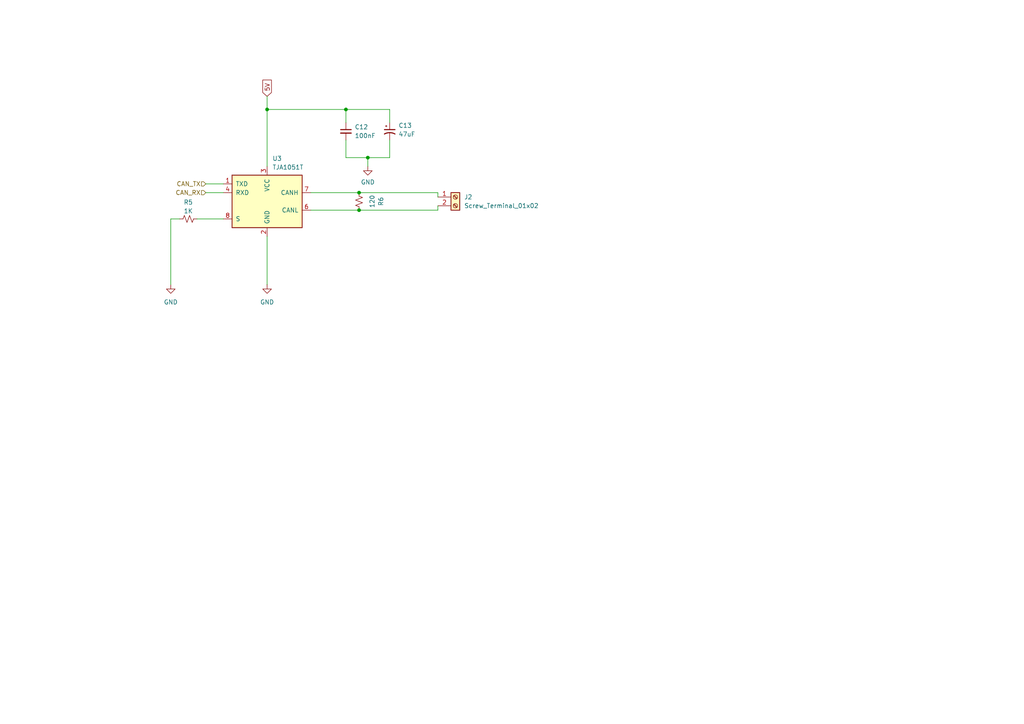
<source format=kicad_sch>
(kicad_sch (version 20250114) (generator "eeschema") (generator_version "9.0")
  (paper "A4")
  (lib_symbols
    (symbol "Connector:Screw_Terminal_01x02" (pin_names (offset 1.016) (hide yes))
      (property "Reference" "J" (at 0 2.54 0))
      (property "Value" "Screw_Terminal_01x02" (at 0 -5.08 0))
      (symbol "Screw_Terminal_01x02_1_1"
        (rectangle (start -1.27 1.27) (end 1.27 -3.81) (stroke (width 0.254)) (fill (type background)))
        (polyline (pts (xy -0.5334 0.3302) (xy 0.3302 -0.508)) (stroke (width 0.1524)))
        (polyline (pts (xy -0.5334 -2.2098) (xy 0.3302 -3.048)) (stroke (width 0.1524)))
        (polyline (pts (xy -0.3556 0.508) (xy 0.508 -0.3302)) (stroke (width 0.1524)))
        (polyline (pts (xy -0.3556 -2.032) (xy 0.508 -2.8702)) (stroke (width 0.1524)))
        (circle (center 0 0) (radius 0.635) (stroke (width 0.1524)))
        (circle (center 0 -2.54) (radius 0.635) (stroke (width 0.1524)))
        (pin passive line (at -5.08 0 0) (length 3.81) (name "Pin_1") (number "1"))
        (pin passive line (at -5.08 -2.54 0) (length 3.81) (name "Pin_2") (number "2"))
      )
    )
    (symbol "Device:C_Polarized_Small_US" (pin_numbers (hide yes)) (pin_names (offset 0.254) (hide yes))
      (property "Reference" "C" (at 0.254 1.778 0))
      (property "Value" "C_Polarized_Small_US" (at 0.254 -2.032 0))
      (symbol "C_Polarized_Small_US_0_1"
        (polyline (pts (xy -1.524 0.508) (xy 1.524 0.508)) (stroke (width 0.3048)))
        (polyline (pts (xy -1.27 1.524) (xy -0.762 1.524)))
        (polyline (pts (xy -1.016 1.27) (xy -1.016 1.778)))
        (arc (start -1.524 -0.762) (mid 0 -0.3734) (end 1.524 -0.762) (stroke (width 0.3048)))
      )
      (symbol "C_Polarized_Small_US_1_1"
        (pin passive line (at 0 2.54 270) (length 2.032) (name "~") (number "1"))
        (pin passive line (at 0 -2.54 90) (length 2.032) (name "~") (number "2"))
      )
    )
    (symbol "Device:C_Small" (pin_numbers (hide yes)) (pin_names (offset 0.254) (hide yes))
      (property "Reference" "C" (at 0.254 1.778 0))
      (property "Value" "C_Small" (at 0.254 -2.032 0))
      (symbol "C_Small_0_1"
        (polyline (pts (xy -1.524 0.508) (xy 1.524 0.508)) (stroke (width 0.3048)))
        (polyline (pts (xy -1.524 -0.508) (xy 1.524 -0.508)) (stroke (width 0.3302)))
      )
      (symbol "C_Small_1_1"
        (pin passive line (at 0 2.54 270) (length 2.032) (name "~") (number "1"))
        (pin passive line (at 0 -2.54 90) (length 2.032) (name "~") (number "2"))
      )
    )
    (symbol "Device:R_Small_US" (pin_numbers (hide yes)) (pin_names (offset 0.254) (hide yes))
      (property "Reference" "R" (at 0.762 0.508 0))
      (property "Value" "R_Small_US" (at 0.762 -1.016 0))
      (symbol "R_Small_US_1_1"
        (polyline (pts (xy 0 1.524) (xy 1.016 1.143) (xy 0 0.762) (xy -1.016 0.381) (xy 0 0)))
        (polyline (pts (xy 0 0) (xy 1.016 -0.381) (xy 0 -0.762) (xy -1.016 -1.143) (xy 0 -1.524)))
        (pin passive line (at 0 2.54 270) (length 1.016) (name "~") (number "1"))
        (pin passive line (at 0 -2.54 90) (length 1.016) (name "~") (number "2"))
      )
    )
    (symbol "Interface_CAN_LIN:TJA1051T" (pin_names (offset 1.016))
      (property "Reference" "U" (at -10.16 8.89 0))
      (property "Value" "TJA1051T" (at 1.27 8.89 0))
      (symbol "TJA1051T_0_1"
        (rectangle (start -10.16 7.62) (end 10.16 -7.62) (stroke (width 0.254)) (fill (type background)))
      )
      (symbol "TJA1051T_1_1"
        (pin input line (at -12.7 5.08 0) (length 2.54) (name "TXD") (number "1"))
        (pin output line (at -12.7 2.54 0) (length 2.54) (name "RXD") (number "4"))
        (pin input line (at -12.7 -5.08 0) (length 2.54) (name "S") (number "8"))
        (pin no_connect line (at -10.16 -2.54 0) (length 2.54) (hide yes) (name "NC") (number "5"))
        (pin power_in line (at 0 10.16 270) (length 2.54) (name "VCC") (number "3"))
        (pin power_in line (at 0 -10.16 90) (length 2.54) (name "GND") (number "2"))
        (pin bidirectional line (at 12.7 2.54 180) (length 2.54) (name "CANH") (number "7"))
        (pin bidirectional line (at 12.7 -2.54 180) (length 2.54) (name "CANL") (number "6"))
      )
    )
    (symbol "power:GND" (power) (pin_numbers (hide yes)) (pin_names (offset 0) (hide yes))
      (property "Value" "GND" (at 0 -3.81 0))
      (symbol "GND_0_1"
        (polyline (pts (xy 0 0) (xy 0 -1.27) (xy 1.27 -1.27) (xy 0 -2.54) (xy -1.27 -1.27) (xy 0 -1.27)))
      )
      (symbol "GND_1_1"
        (pin power_in line (at 0 0 270) (length 0) (name "~") (number "1"))
      )
    )
  )
  (junction (at 104.14 60.96))
  (junction (at 100.33 31.75))
  (junction (at 106.68 45.72))
  (junction (at 77.47 31.75))
  (junction (at 104.14 55.88))
  (wire (pts (xy 104.14 55.88) (xy 127 55.88)))
  (wire (pts (xy 100.33 40.64) (xy 100.33 45.72)))
  (wire (pts (xy 77.47 31.75) (xy 77.47 48.26)))
  (wire (pts (xy 59.69 53.34) (xy 64.77 53.34)))
  (wire (pts (xy 100.33 31.75) (xy 113.03 31.75)))
  (wire (pts (xy 57.15 63.5) (xy 64.77 63.5)))
  (wire (pts (xy 90.17 55.88) (xy 104.14 55.88)))
  (wire (pts (xy 100.33 45.72) (xy 106.68 45.72)))
  (wire (pts (xy 113.03 35.56) (xy 113.03 31.75)))
  (wire (pts (xy 77.47 27.94) (xy 77.47 31.75)))
  (wire (pts (xy 77.47 31.75) (xy 100.33 31.75)))
  (wire (pts (xy 113.03 40.64) (xy 113.03 45.72)))
  (wire (pts (xy 106.68 48.26) (xy 106.68 45.72)))
  (wire (pts (xy 104.14 60.96) (xy 127 60.96)))
  (wire (pts (xy 49.53 63.5) (xy 49.53 82.55)))
  (wire (pts (xy 100.33 31.75) (xy 100.33 35.56)))
  (wire (pts (xy 59.69 55.88) (xy 64.77 55.88)))
  (wire (pts (xy 77.47 68.58) (xy 77.47 82.55)))
  (wire (pts (xy 127 55.88) (xy 127 57.15)))
  (wire (pts (xy 90.17 60.96) (xy 104.14 60.96)))
  (wire (pts (xy 113.03 45.72) (xy 106.68 45.72)))
  (wire (pts (xy 127 60.96) (xy 127 59.69)))
  (wire (pts (xy 49.53 63.5) (xy 52.07 63.5)))
  (global_label "5V" (shape input) (at 77.47 27.94 90) (property "Intersheetrefs" "${INTERSHEET_REFS}" (effects (hide yes))))
  (hierarchical_label "CAN_RX" (shape input) (at 59.69 55.88 180))
  (hierarchical_label "CAN_TX" (shape input) (at 59.69 53.34 180))
  (symbol (lib_id "power:GND") (at 77.47 82.55 0) (unit 1)
    (property "Reference" "#PWR04" (effects (hide yes)))
    (property "Value" "GND" (at 77.47 87.63 0))
    (property "Description" "Power symbol creates a global label with name \"GND\" , ground" (effects (hide yes)))
  )
  (symbol (lib_id "Connector:Screw_Terminal_01x02") (at 132.08 57.15 0) (unit 1)
    (property "Reference" "J2" (at 134.62 57.1499 0) (effects (justify left)))
    (property "Value" "Screw_Terminal_01x02" (at 134.62 59.6899 0) (effects (justify left)))
    (property "Footprint" "Connector_Phoenix_MC_HighVoltage:PhoenixContact_MC_1,5_2-G-5.08_1x02_P5.08mm_Horizontal" (effects (hide yes)))
    (property "Description" "Generic screw terminal, single row, 01x02, script generated (kicad-library-utils/schlib/autogen/connector/)" (effects (hide yes)))
  )
  (symbol (lib_id "Device:C_Small") (at 100.33 38.1 0) (unit 1)
    (property "Reference" "C12" (at 102.87 36.8362 0) (effects (justify left)))
    (property "Value" "100nF" (at 102.87 39.3762 0) (effects (justify left)))
    (property "Footprint" "Capacitor_SMD:C_0805_2012Metric_Pad1.18x1.45mm_HandSolder" (effects (hide yes)))
    (property "Description" "Unpolarized capacitor, small symbol" (effects (hide yes)))
  )
  (symbol (lib_id "Device:R_Small_US") (at 104.14 58.42 0) (unit 1)
    (property "Reference" "R6" (at 110.49 58.42 90))
    (property "Value" "120" (at 107.95 58.42 90))
    (property "Footprint" "Resistor_SMD:R_0805_2012Metric_Pad1.20x1.40mm_HandSolder" (effects (hide yes)))
    (property "Description" "Resistor, small US symbol" (effects (hide yes)))
  )
  (symbol (lib_id "Device:R_Small_US") (at 54.61 63.5 90) (unit 1)
    (property "Reference" "R5" (at 54.61 58.674 90))
    (property "Value" "1K" (at 54.61 61.214 90))
    (property "Footprint" "Resistor_SMD:R_0805_2012Metric_Pad1.20x1.40mm_HandSolder" (effects (hide yes)))
    (property "Description" "Resistor, small US symbol" (effects (hide yes)))
  )
  (symbol (lib_id "power:GND") (at 106.68 48.26 0) (unit 1)
    (property "Reference" "#PWR05" (effects (hide yes)))
    (property "Value" "GND" (at 106.68 52.832 0))
    (property "Description" "Power symbol creates a global label with name \"GND\" , ground" (effects (hide yes)))
  )
  (symbol (lib_id "power:GND") (at 49.53 82.55 0) (unit 1)
    (property "Reference" "#PWR03" (effects (hide yes)))
    (property "Value" "GND" (at 49.53 87.63 0))
    (property "Description" "Power symbol creates a global label with name \"GND\" , ground" (effects (hide yes)))
  )
  (symbol (lib_id "Interface_CAN_LIN:TJA1051T") (at 77.47 58.42 0) (unit 1)
    (property "Reference" "U3" (at 78.994 45.974 0) (effects (justify left)))
    (property "Value" "TJA1051T" (at 78.994 48.514 0) (effects (justify left)))
    (property "Footprint" "Package_SO:SOIC-8_3.9x4.9mm_P1.27mm" (effects (hide yes)))
    (property "Datasheet" "http://www.nxp.com/docs/en/data-sheet/TJA1051.pdf" (effects (hide yes)))
    (property "Description" "High-Speed CAN Transceiver, silent mode, SOIC-8" (effects (hide yes)))
  )
  (symbol (lib_id "Device:C_Polarized_Small_US") (at 113.03 38.1 0) (unit 1)
    (property "Reference" "C13" (at 115.57 36.3981 0) (effects (justify left)))
    (property "Value" "47uF" (at 115.57 38.9381 0) (effects (justify left)))
    (property "Footprint" "Capacitor_Tantalum_SMD:CP_EIA-3528-21_Kemet-B_Pad1.50x2.35mm_HandSolder" (effects (hide yes)))
    (property "Description" "Polarized capacitor, small US symbol" (effects (hide yes)))
  )
)
</source>
